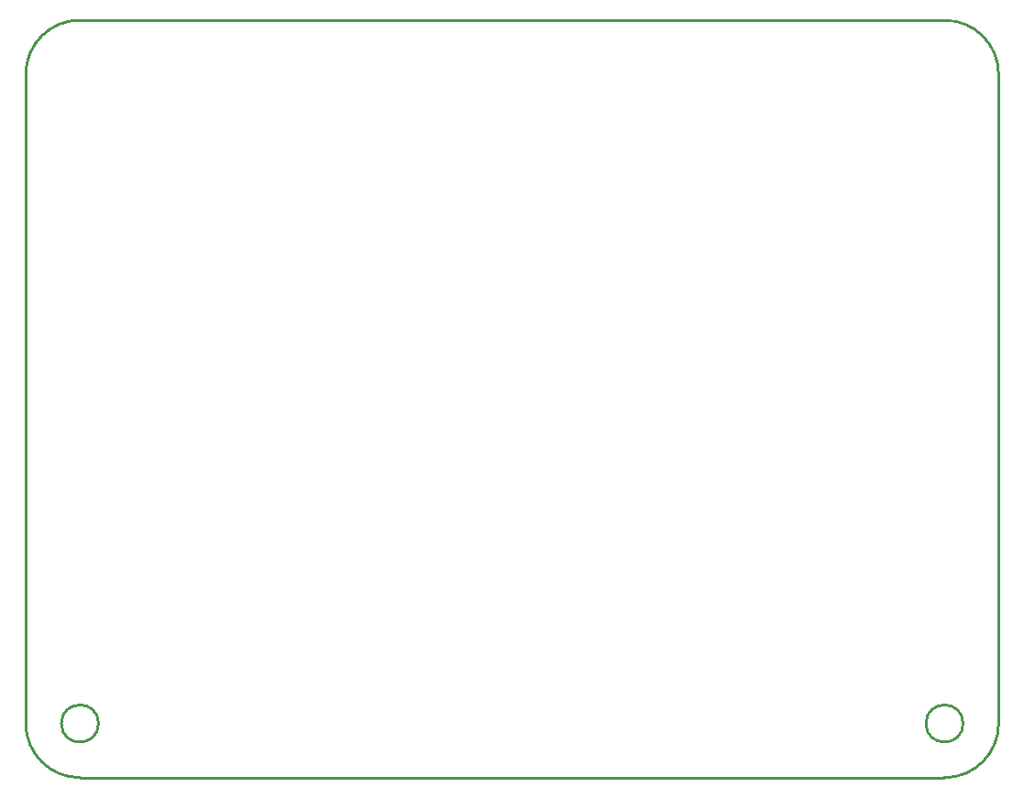
<source format=gbr>
%TF.GenerationSoftware,Altium Limited,Altium Designer,24.7.2 (38)*%
G04 Layer_Color=16711935*
%FSLAX45Y45*%
%MOMM*%
%TF.SameCoordinates,313A2AA4-CFAA-4B56-AAC7-ADE98D6BBF51*%
%TF.FilePolarity,Positive*%
%TF.FileFunction,Keep-out,Top*%
%TF.Part,Single*%
G01*
G75*
%TA.AperFunction,NonConductor*%
%ADD65C,0.25400*%
D65*
X9000000Y6515000D02*
G03*
X8500000Y7015000I-500000J0D01*
G01*
Y15000D02*
G03*
X9000000Y515000I0J500000D01*
G01*
X8671701D02*
G03*
X8671701Y515000I-171701J0D01*
G01*
X686701D02*
G03*
X686701Y515000I-171701J0D01*
G01*
X15000D02*
G03*
X515000Y15000I500000J0D01*
G01*
Y7015000D02*
G03*
X15000Y6515000I0J-500000D01*
G01*
X515000Y14999D02*
X8500000Y15000D01*
X9000000Y515000D02*
X9000001Y6530000D01*
X515000Y7015000D02*
X8500000Y7015001D01*
X15000Y515000D02*
X15003Y6530000D01*
%TF.MD5,e375947347be4c3e3c672661879e8ecf*%
M02*

</source>
